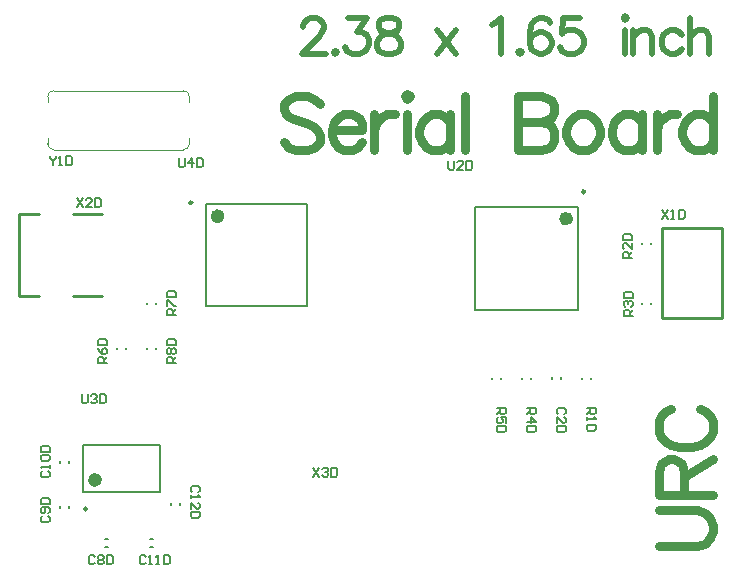
<source format=gto>
G04 Layer_Color=65535*
%FSLAX24Y24*%
%MOIN*%
G70*
G01*
G75*
%ADD21C,0.0100*%
%ADD33C,0.0236*%
%ADD34C,0.0098*%
%ADD35C,0.0039*%
%ADD36C,0.0079*%
%ADD37C,0.0070*%
%ADD38C,0.0200*%
%ADD39C,0.0300*%
D21*
X1898Y9222D02*
X2843D01*
X87D02*
X756D01*
X87D02*
Y10600D01*
Y11978D01*
X756D01*
X1898D02*
X2843D01*
X21500Y11500D02*
X23500D01*
X21500Y8500D02*
Y11500D01*
Y8500D02*
X23500D01*
Y11500D01*
D33*
X6819Y11899D02*
G03*
X6819Y11899I-118J0D01*
G01*
X2732Y3106D02*
G03*
X2732Y3106I-118J0D01*
G01*
X18437Y11819D02*
G03*
X18437Y11819I-118J0D01*
G01*
D34*
X5854Y12352D02*
G03*
X5854Y12352I-49J0D01*
G01*
X2348Y2142D02*
G03*
X2348Y2142I-49J0D01*
G01*
X18949Y12715D02*
G03*
X18949Y12715I-49J0D01*
G01*
D35*
X5762Y15887D02*
G03*
X5565Y16084I-197J0D01*
G01*
X1235D02*
G03*
X1038Y15887I0J-197D01*
G01*
Y14313D02*
G03*
X1235Y14116I197J0D01*
G01*
X5565D02*
G03*
X5762Y14313I0J197D01*
G01*
Y15691D02*
Y15887D01*
X3400Y16084D02*
X5565D01*
X1235D02*
X3400D01*
X1038Y15691D02*
Y15887D01*
Y14313D02*
Y14509D01*
X1235Y14116D02*
X3400D01*
X5565D01*
X5762Y14313D02*
Y14509D01*
D36*
X4461Y862D02*
X4539D01*
X4461Y1138D02*
X4539D01*
X4648Y7480D02*
Y7520D01*
X4352Y7480D02*
Y7520D01*
X4648Y8980D02*
Y9020D01*
X4352Y8980D02*
Y9020D01*
X3648Y7480D02*
Y7520D01*
X3352Y7480D02*
Y7520D01*
X15852Y6480D02*
Y6520D01*
X16148Y6480D02*
Y6520D01*
X16852Y6480D02*
Y6520D01*
X17148Y6480D02*
Y6520D01*
X20852Y8980D02*
Y9020D01*
X21148Y8980D02*
Y9020D01*
Y10980D02*
Y11020D01*
X20852Y10980D02*
Y11020D01*
X18852Y6480D02*
Y6520D01*
X19148Y6480D02*
Y6520D01*
X5162Y2261D02*
Y2339D01*
X5438Y2261D02*
Y2339D01*
X1462Y3661D02*
Y3739D01*
X1738Y3661D02*
Y3739D01*
X1462Y2161D02*
Y2239D01*
X1738Y2161D02*
Y2239D01*
X2961Y862D02*
X3039D01*
X2961Y1138D02*
X3039D01*
X18138Y6461D02*
Y6539D01*
X17862Y6461D02*
Y6539D01*
X6307Y8907D02*
X9693D01*
X6307Y12293D02*
X9693D01*
Y8907D02*
Y12293D01*
X6307Y8907D02*
Y12293D01*
X4780Y2713D02*
Y4287D01*
X2220Y2713D02*
Y4287D01*
X4780D01*
X2220Y2713D02*
X4780D01*
X15287Y12213D02*
X18713D01*
X15287Y8787D02*
X18713D01*
Y12213D01*
X15287Y8787D02*
Y12213D01*
D37*
X5410Y13830D02*
Y13580D01*
X5460Y13530D01*
X5560D01*
X5610Y13580D01*
Y13830D01*
X5860Y13530D02*
Y13830D01*
X5710Y13680D01*
X5910D01*
X6010Y13830D02*
Y13530D01*
X6160D01*
X6210Y13580D01*
Y13780D01*
X6160Y13830D01*
X6010D01*
X2000Y12500D02*
X2200Y12200D01*
Y12500D02*
X2000Y12200D01*
X2500D02*
X2300D01*
X2500Y12400D01*
Y12450D01*
X2450Y12500D01*
X2350D01*
X2300Y12450D01*
X2600Y12500D02*
Y12200D01*
X2750D01*
X2800Y12250D01*
Y12450D01*
X2750Y12500D01*
X2600D01*
X9890Y3510D02*
X10090Y3210D01*
Y3510D02*
X9890Y3210D01*
X10190Y3460D02*
X10240Y3510D01*
X10340D01*
X10390Y3460D01*
Y3410D01*
X10340Y3360D01*
X10290D01*
X10340D01*
X10390Y3310D01*
Y3260D01*
X10340Y3210D01*
X10240D01*
X10190Y3260D01*
X10490Y3510D02*
Y3210D01*
X10640D01*
X10690Y3260D01*
Y3460D01*
X10640Y3510D01*
X10490D01*
X2600Y550D02*
X2550Y600D01*
X2450D01*
X2400Y550D01*
Y350D01*
X2450Y300D01*
X2550D01*
X2600Y350D01*
X2700Y550D02*
X2750Y600D01*
X2850D01*
X2900Y550D01*
Y500D01*
X2850Y450D01*
X2900Y400D01*
Y350D01*
X2850Y300D01*
X2750D01*
X2700Y350D01*
Y400D01*
X2750Y450D01*
X2700Y500D01*
Y550D01*
X2750Y450D02*
X2850D01*
X3000Y600D02*
Y300D01*
X3150D01*
X3200Y350D01*
Y550D01*
X3150Y600D01*
X3000D01*
X850Y1900D02*
X800Y1850D01*
Y1750D01*
X850Y1700D01*
X1050D01*
X1100Y1750D01*
Y1850D01*
X1050Y1900D01*
Y2000D02*
X1100Y2050D01*
Y2150D01*
X1050Y2200D01*
X850D01*
X800Y2150D01*
Y2050D01*
X850Y2000D01*
X900D01*
X950Y2050D01*
Y2200D01*
X800Y2300D02*
X1100D01*
Y2450D01*
X1050Y2500D01*
X850D01*
X800Y2450D01*
Y2300D01*
X850Y3400D02*
X800Y3350D01*
Y3250D01*
X850Y3200D01*
X1050D01*
X1100Y3250D01*
Y3350D01*
X1050Y3400D01*
X1100Y3500D02*
Y3600D01*
Y3550D01*
X800D01*
X850Y3500D01*
Y3750D02*
X800Y3800D01*
Y3900D01*
X850Y3950D01*
X1050D01*
X1100Y3900D01*
Y3800D01*
X1050Y3750D01*
X850D01*
X800Y4050D02*
X1100D01*
Y4200D01*
X1050Y4250D01*
X850D01*
X800Y4200D01*
Y4050D01*
X6050Y2700D02*
X6100Y2750D01*
Y2850D01*
X6050Y2900D01*
X5850D01*
X5800Y2850D01*
Y2750D01*
X5850Y2700D01*
X5800Y2600D02*
Y2500D01*
Y2550D01*
X6100D01*
X6050Y2600D01*
X5800Y2150D02*
Y2350D01*
X6000Y2150D01*
X6050D01*
X6100Y2200D01*
Y2300D01*
X6050Y2350D01*
X6100Y2050D02*
X5800D01*
Y1900D01*
X5850Y1850D01*
X6050D01*
X6100Y1900D01*
Y2050D01*
X4300Y550D02*
X4250Y600D01*
X4150D01*
X4100Y550D01*
Y350D01*
X4150Y300D01*
X4250D01*
X4300Y350D01*
X4400Y300D02*
X4500D01*
X4450D01*
Y600D01*
X4400Y550D01*
X4650Y300D02*
X4750D01*
X4700D01*
Y600D01*
X4650Y550D01*
X4900Y600D02*
Y300D01*
X5050D01*
X5100Y350D01*
Y550D01*
X5050Y600D01*
X4900D01*
X3000Y7000D02*
X2700D01*
Y7150D01*
X2750Y7200D01*
X2850D01*
X2900Y7150D01*
Y7000D01*
Y7100D02*
X3000Y7200D01*
X2700Y7500D02*
X2750Y7400D01*
X2850Y7300D01*
X2950D01*
X3000Y7350D01*
Y7450D01*
X2950Y7500D01*
X2900D01*
X2850Y7450D01*
Y7300D01*
X2700Y7600D02*
X3000D01*
Y7750D01*
X2950Y7800D01*
X2750D01*
X2700Y7750D01*
Y7600D01*
X5300Y7000D02*
X5000D01*
Y7150D01*
X5050Y7200D01*
X5150D01*
X5200Y7150D01*
Y7000D01*
Y7100D02*
X5300Y7200D01*
X5050Y7300D02*
X5000Y7350D01*
Y7450D01*
X5050Y7500D01*
X5100D01*
X5150Y7450D01*
X5200Y7500D01*
X5250D01*
X5300Y7450D01*
Y7350D01*
X5250Y7300D01*
X5200D01*
X5150Y7350D01*
X5100Y7300D01*
X5050D01*
X5150Y7350D02*
Y7450D01*
X5000Y7600D02*
X5300D01*
Y7750D01*
X5250Y7800D01*
X5050D01*
X5000Y7750D01*
Y7600D01*
X1100Y13900D02*
Y13850D01*
X1200Y13750D01*
X1300Y13850D01*
Y13900D01*
X1200Y13750D02*
Y13600D01*
X1400D02*
X1500D01*
X1450D01*
Y13900D01*
X1400Y13850D01*
X1650Y13900D02*
Y13600D01*
X1800D01*
X1850Y13650D01*
Y13850D01*
X1800Y13900D01*
X1650D01*
X2170Y5960D02*
Y5710D01*
X2220Y5660D01*
X2320D01*
X2370Y5710D01*
Y5960D01*
X2470Y5910D02*
X2520Y5960D01*
X2620D01*
X2670Y5910D01*
Y5860D01*
X2620Y5810D01*
X2570D01*
X2620D01*
X2670Y5760D01*
Y5710D01*
X2620Y5660D01*
X2520D01*
X2470Y5710D01*
X2770Y5960D02*
Y5660D01*
X2920D01*
X2970Y5710D01*
Y5910D01*
X2920Y5960D01*
X2770D01*
X5300Y8600D02*
X5000D01*
Y8750D01*
X5050Y8800D01*
X5150D01*
X5200Y8750D01*
Y8600D01*
Y8700D02*
X5300Y8800D01*
X5000Y8900D02*
Y9100D01*
X5050D01*
X5250Y8900D01*
X5300D01*
X5000Y9200D02*
X5300D01*
Y9350D01*
X5250Y9400D01*
X5050D01*
X5000Y9350D01*
Y9200D01*
X21520Y12120D02*
X21720Y11820D01*
Y12120D02*
X21520Y11820D01*
X21820D02*
X21920D01*
X21870D01*
Y12120D01*
X21820Y12070D01*
X22070Y12120D02*
Y11820D01*
X22220D01*
X22270Y11870D01*
Y12070D01*
X22220Y12120D01*
X22070D01*
X14390Y13750D02*
Y13500D01*
X14440Y13450D01*
X14540D01*
X14590Y13500D01*
Y13750D01*
X14890Y13450D02*
X14690D01*
X14890Y13650D01*
Y13700D01*
X14840Y13750D01*
X14740D01*
X14690Y13700D01*
X14990Y13750D02*
Y13450D01*
X15140D01*
X15190Y13500D01*
Y13700D01*
X15140Y13750D01*
X14990D01*
X16000Y5500D02*
X16300D01*
Y5350D01*
X16250Y5300D01*
X16150D01*
X16100Y5350D01*
Y5500D01*
Y5400D02*
X16000Y5300D01*
X16300Y5000D02*
Y5200D01*
X16150D01*
X16200Y5100D01*
Y5050D01*
X16150Y5000D01*
X16050D01*
X16000Y5050D01*
Y5150D01*
X16050Y5200D01*
X16300Y4900D02*
X16000D01*
Y4750D01*
X16050Y4700D01*
X16250D01*
X16300Y4750D01*
Y4900D01*
X17000Y5500D02*
X17300D01*
Y5350D01*
X17250Y5300D01*
X17150D01*
X17100Y5350D01*
Y5500D01*
Y5400D02*
X17000Y5300D01*
Y5050D02*
X17300D01*
X17150Y5200D01*
Y5000D01*
X17300Y4900D02*
X17000D01*
Y4750D01*
X17050Y4700D01*
X17250D01*
X17300Y4750D01*
Y4900D01*
X20538Y8577D02*
X20238D01*
Y8727D01*
X20288Y8777D01*
X20388D01*
X20438Y8727D01*
Y8577D01*
Y8677D02*
X20538Y8777D01*
X20288Y8877D02*
X20238Y8927D01*
Y9027D01*
X20288Y9077D01*
X20338D01*
X20388Y9027D01*
Y8977D01*
Y9027D01*
X20438Y9077D01*
X20488D01*
X20538Y9027D01*
Y8927D01*
X20488Y8877D01*
X20238Y9177D02*
X20538D01*
Y9327D01*
X20488Y9377D01*
X20288D01*
X20238Y9327D01*
Y9177D01*
X20500Y10500D02*
X20200D01*
Y10650D01*
X20250Y10700D01*
X20350D01*
X20400Y10650D01*
Y10500D01*
Y10600D02*
X20500Y10700D01*
Y11000D02*
Y10800D01*
X20300Y11000D01*
X20250D01*
X20200Y10950D01*
Y10850D01*
X20250Y10800D01*
X20200Y11100D02*
X20500D01*
Y11250D01*
X20450Y11300D01*
X20250D01*
X20200Y11250D01*
Y11100D01*
X19000Y5500D02*
X19300D01*
Y5350D01*
X19250Y5300D01*
X19150D01*
X19100Y5350D01*
Y5500D01*
Y5400D02*
X19000Y5300D01*
Y5200D02*
Y5100D01*
Y5150D01*
X19300D01*
X19250Y5200D01*
X19300Y4950D02*
X19000D01*
Y4800D01*
X19050Y4750D01*
X19250D01*
X19300Y4800D01*
Y4950D01*
X18250Y5300D02*
X18300Y5350D01*
Y5450D01*
X18250Y5500D01*
X18050D01*
X18000Y5450D01*
Y5350D01*
X18050Y5300D01*
X18000Y5000D02*
Y5200D01*
X18200Y5000D01*
X18250D01*
X18300Y5050D01*
Y5150D01*
X18250Y5200D01*
X18300Y4900D02*
X18000D01*
Y4750D01*
X18050Y4700D01*
X18250D01*
X18300Y4750D01*
Y4900D01*
D38*
X9557Y18214D02*
Y18271D01*
X9614Y18385D01*
X9671Y18443D01*
X9786Y18500D01*
X10014D01*
X10128Y18443D01*
X10186Y18385D01*
X10243Y18271D01*
Y18157D01*
X10186Y18043D01*
X10071Y17871D01*
X9500Y17300D01*
X10300D01*
X10625Y17414D02*
X10568Y17357D01*
X10625Y17300D01*
X10683Y17357D01*
X10625Y17414D01*
X11060Y18500D02*
X11688D01*
X11345Y18043D01*
X11517D01*
X11631Y17986D01*
X11688Y17928D01*
X11745Y17757D01*
Y17643D01*
X11688Y17471D01*
X11574Y17357D01*
X11402Y17300D01*
X11231D01*
X11060Y17357D01*
X11003Y17414D01*
X10945Y17529D01*
X12299Y18500D02*
X12128Y18443D01*
X12071Y18328D01*
Y18214D01*
X12128Y18100D01*
X12242Y18043D01*
X12471Y17986D01*
X12642Y17928D01*
X12756Y17814D01*
X12814Y17700D01*
Y17529D01*
X12756Y17414D01*
X12699Y17357D01*
X12528Y17300D01*
X12299D01*
X12128Y17357D01*
X12071Y17414D01*
X12014Y17529D01*
Y17700D01*
X12071Y17814D01*
X12185Y17928D01*
X12357Y17986D01*
X12585Y18043D01*
X12699Y18100D01*
X12756Y18214D01*
Y18328D01*
X12699Y18443D01*
X12528Y18500D01*
X12299D01*
X14025Y18100D02*
X14653Y17300D01*
Y18100D02*
X14025Y17300D01*
X15847Y18271D02*
X15961Y18328D01*
X16133Y18500D01*
Y17300D01*
X16784Y17414D02*
X16727Y17357D01*
X16784Y17300D01*
X16841Y17357D01*
X16784Y17414D01*
X17790Y18328D02*
X17733Y18443D01*
X17561Y18500D01*
X17447D01*
X17275Y18443D01*
X17161Y18271D01*
X17104Y17986D01*
Y17700D01*
X17161Y17471D01*
X17275Y17357D01*
X17447Y17300D01*
X17504D01*
X17675Y17357D01*
X17790Y17471D01*
X17847Y17643D01*
Y17700D01*
X17790Y17871D01*
X17675Y17986D01*
X17504Y18043D01*
X17447D01*
X17275Y17986D01*
X17161Y17871D01*
X17104Y17700D01*
X18795Y18500D02*
X18224D01*
X18167Y17986D01*
X18224Y18043D01*
X18395Y18100D01*
X18567D01*
X18738Y18043D01*
X18852Y17928D01*
X18909Y17757D01*
Y17643D01*
X18852Y17471D01*
X18738Y17357D01*
X18567Y17300D01*
X18395D01*
X18224Y17357D01*
X18167Y17414D01*
X18110Y17529D01*
X20235Y18500D02*
X20292Y18443D01*
X20349Y18500D01*
X20292Y18557D01*
X20235Y18500D01*
X20292Y18100D02*
Y17300D01*
X20560Y18100D02*
Y17300D01*
Y17871D02*
X20732Y18043D01*
X20846Y18100D01*
X21018D01*
X21132Y18043D01*
X21189Y17871D01*
Y17300D01*
X22189Y17928D02*
X22074Y18043D01*
X21960Y18100D01*
X21789D01*
X21675Y18043D01*
X21560Y17928D01*
X21503Y17757D01*
Y17643D01*
X21560Y17471D01*
X21675Y17357D01*
X21789Y17300D01*
X21960D01*
X22074Y17357D01*
X22189Y17471D01*
X22446Y18500D02*
Y17300D01*
Y17871D02*
X22617Y18043D01*
X22731Y18100D01*
X22903D01*
X23017Y18043D01*
X23074Y17871D01*
Y17300D01*
D39*
X21400Y900D02*
X22686D01*
X22943Y986D01*
X23114Y1157D01*
X23200Y1414D01*
Y1586D01*
X23114Y1843D01*
X22943Y2014D01*
X22686Y2100D01*
X21400D01*
Y2597D02*
X23200D01*
X21400D02*
Y3368D01*
X21486Y3625D01*
X21572Y3711D01*
X21743Y3797D01*
X21915D01*
X22086Y3711D01*
X22172Y3625D01*
X22257Y3368D01*
Y2597D01*
Y3197D02*
X23200Y3797D01*
X21829Y5485D02*
X21657Y5399D01*
X21486Y5228D01*
X21400Y5056D01*
Y4713D01*
X21486Y4542D01*
X21657Y4371D01*
X21829Y4285D01*
X22086Y4199D01*
X22514D01*
X22772Y4285D01*
X22943Y4371D01*
X23114Y4542D01*
X23200Y4713D01*
Y5056D01*
X23114Y5228D01*
X22943Y5399D01*
X22772Y5485D01*
X10100Y15643D02*
X9928Y15814D01*
X9671Y15900D01*
X9328D01*
X9071Y15814D01*
X8900Y15643D01*
Y15471D01*
X8986Y15300D01*
X9071Y15214D01*
X9243Y15128D01*
X9757Y14957D01*
X9928Y14871D01*
X10014Y14786D01*
X10100Y14614D01*
Y14357D01*
X9928Y14186D01*
X9671Y14100D01*
X9328D01*
X9071Y14186D01*
X8900Y14357D01*
X10503Y14786D02*
X11531D01*
Y14957D01*
X11445Y15128D01*
X11359Y15214D01*
X11188Y15300D01*
X10931D01*
X10760Y15214D01*
X10588Y15043D01*
X10503Y14786D01*
Y14614D01*
X10588Y14357D01*
X10760Y14186D01*
X10931Y14100D01*
X11188D01*
X11359Y14186D01*
X11531Y14357D01*
X11917Y15300D02*
Y14100D01*
Y14786D02*
X12002Y15043D01*
X12174Y15214D01*
X12345Y15300D01*
X12602D01*
X12936Y15900D02*
X13022Y15814D01*
X13108Y15900D01*
X13022Y15985D01*
X12936Y15900D01*
X13022Y15300D02*
Y14100D01*
X14453Y15300D02*
Y14100D01*
Y15043D02*
X14282Y15214D01*
X14110Y15300D01*
X13853D01*
X13682Y15214D01*
X13510Y15043D01*
X13425Y14786D01*
Y14614D01*
X13510Y14357D01*
X13682Y14186D01*
X13853Y14100D01*
X14110D01*
X14282Y14186D01*
X14453Y14357D01*
X14933Y15900D02*
Y14100D01*
X16724Y15900D02*
Y14100D01*
Y15900D02*
X17495D01*
X17752Y15814D01*
X17838Y15728D01*
X17924Y15557D01*
Y15385D01*
X17838Y15214D01*
X17752Y15128D01*
X17495Y15043D01*
X16724D02*
X17495D01*
X17752Y14957D01*
X17838Y14871D01*
X17924Y14700D01*
Y14443D01*
X17838Y14271D01*
X17752Y14186D01*
X17495Y14100D01*
X16724D01*
X18755Y15300D02*
X18584Y15214D01*
X18412Y15043D01*
X18327Y14786D01*
Y14614D01*
X18412Y14357D01*
X18584Y14186D01*
X18755Y14100D01*
X19012D01*
X19184Y14186D01*
X19355Y14357D01*
X19441Y14614D01*
Y14786D01*
X19355Y15043D01*
X19184Y15214D01*
X19012Y15300D01*
X18755D01*
X20863D02*
Y14100D01*
Y15043D02*
X20692Y15214D01*
X20520Y15300D01*
X20263D01*
X20092Y15214D01*
X19921Y15043D01*
X19835Y14786D01*
Y14614D01*
X19921Y14357D01*
X20092Y14186D01*
X20263Y14100D01*
X20520D01*
X20692Y14186D01*
X20863Y14357D01*
X21343Y15300D02*
Y14100D01*
Y14786D02*
X21429Y15043D01*
X21600Y15214D01*
X21772Y15300D01*
X22029D01*
X23220Y15900D02*
Y14100D01*
Y15043D02*
X23048Y15214D01*
X22877Y15300D01*
X22620D01*
X22449Y15214D01*
X22277Y15043D01*
X22191Y14786D01*
Y14614D01*
X22277Y14357D01*
X22449Y14186D01*
X22620Y14100D01*
X22877D01*
X23048Y14186D01*
X23220Y14357D01*
M02*

</source>
